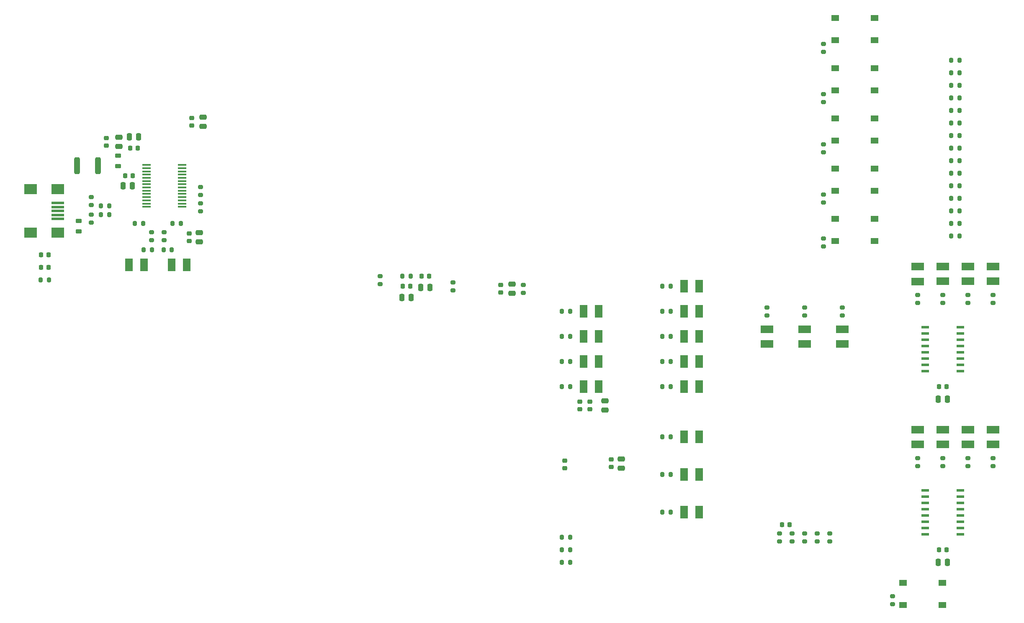
<source format=gbr>
%TF.GenerationSoftware,KiCad,Pcbnew,(6.0.10)*%
%TF.CreationDate,2023-01-27T16:31:28+01:00*%
%TF.ProjectId,MagicGame,4d616769-6347-4616-9d65-2e6b69636164,1.0*%
%TF.SameCoordinates,Original*%
%TF.FileFunction,Paste,Top*%
%TF.FilePolarity,Positive*%
%FSLAX46Y46*%
G04 Gerber Fmt 4.6, Leading zero omitted, Abs format (unit mm)*
G04 Created by KiCad (PCBNEW (6.0.10)) date 2023-01-27 16:31:28*
%MOMM*%
%LPD*%
G01*
G04 APERTURE LIST*
G04 Aperture macros list*
%AMRoundRect*
0 Rectangle with rounded corners*
0 $1 Rounding radius*
0 $2 $3 $4 $5 $6 $7 $8 $9 X,Y pos of 4 corners*
0 Add a 4 corners polygon primitive as box body*
4,1,4,$2,$3,$4,$5,$6,$7,$8,$9,$2,$3,0*
0 Add four circle primitives for the rounded corners*
1,1,$1+$1,$2,$3*
1,1,$1+$1,$4,$5*
1,1,$1+$1,$6,$7*
1,1,$1+$1,$8,$9*
0 Add four rect primitives between the rounded corners*
20,1,$1+$1,$2,$3,$4,$5,0*
20,1,$1+$1,$4,$5,$6,$7,0*
20,1,$1+$1,$6,$7,$8,$9,0*
20,1,$1+$1,$8,$9,$2,$3,0*%
G04 Aperture macros list end*
%ADD10R,2.600000X1.500000*%
%ADD11RoundRect,0.225000X0.250000X-0.225000X0.250000X0.225000X-0.250000X0.225000X-0.250000X-0.225000X0*%
%ADD12R,1.500000X2.600000*%
%ADD13RoundRect,0.250000X-0.312500X-1.450000X0.312500X-1.450000X0.312500X1.450000X-0.312500X1.450000X0*%
%ADD14RoundRect,0.200000X-0.200000X-0.275000X0.200000X-0.275000X0.200000X0.275000X-0.200000X0.275000X0*%
%ADD15RoundRect,0.200000X-0.275000X0.200000X-0.275000X-0.200000X0.275000X-0.200000X0.275000X0.200000X0*%
%ADD16RoundRect,0.250000X0.475000X-0.250000X0.475000X0.250000X-0.475000X0.250000X-0.475000X-0.250000X0*%
%ADD17R,1.550000X1.300000*%
%ADD18RoundRect,0.200000X0.275000X-0.200000X0.275000X0.200000X-0.275000X0.200000X-0.275000X-0.200000X0*%
%ADD19RoundRect,0.200000X0.200000X0.275000X-0.200000X0.275000X-0.200000X-0.275000X0.200000X-0.275000X0*%
%ADD20RoundRect,0.225000X0.225000X0.250000X-0.225000X0.250000X-0.225000X-0.250000X0.225000X-0.250000X0*%
%ADD21R,2.500000X0.500000*%
%ADD22R,2.500000X2.000000*%
%ADD23RoundRect,0.225000X-0.250000X0.225000X-0.250000X-0.225000X0.250000X-0.225000X0.250000X0.225000X0*%
%ADD24RoundRect,0.250000X-0.475000X0.250000X-0.475000X-0.250000X0.475000X-0.250000X0.475000X0.250000X0*%
%ADD25RoundRect,0.218750X-0.381250X0.218750X-0.381250X-0.218750X0.381250X-0.218750X0.381250X0.218750X0*%
%ADD26RoundRect,0.250000X-0.250000X-0.475000X0.250000X-0.475000X0.250000X0.475000X-0.250000X0.475000X0*%
%ADD27R,1.750000X0.450000*%
%ADD28RoundRect,0.225000X-0.225000X-0.250000X0.225000X-0.250000X0.225000X0.250000X-0.225000X0.250000X0*%
%ADD29R,1.500000X0.600000*%
%ADD30RoundRect,0.218750X0.381250X-0.218750X0.381250X0.218750X-0.381250X0.218750X-0.381250X-0.218750X0*%
%ADD31RoundRect,0.250000X0.250000X0.475000X-0.250000X0.475000X-0.250000X-0.475000X0.250000X-0.475000X0*%
G04 APERTURE END LIST*
D10*
%TO.C,D8*%
X238760000Y-118340000D03*
X238760000Y-115340000D03*
%TD*%
D11*
%TO.C,C4*%
X86360000Y-77229000D03*
X86360000Y-75679000D03*
%TD*%
D12*
%TO.C,D21*%
X186460000Y-86360000D03*
X189460000Y-86360000D03*
%TD*%
D10*
%TO.C,D7*%
X233680000Y-118340000D03*
X233680000Y-115340000D03*
%TD*%
D13*
%TO.C,F1*%
X63648500Y-61976000D03*
X67923500Y-61976000D03*
%TD*%
D14*
%TO.C,R36*%
X182055000Y-124460000D03*
X183705000Y-124460000D03*
%TD*%
D15*
%TO.C,R34*%
X218440000Y-90615000D03*
X218440000Y-92265000D03*
%TD*%
D10*
%TO.C,D5*%
X243840000Y-85320000D03*
X243840000Y-82320000D03*
%TD*%
D16*
%TO.C,C3*%
X88392000Y-77404000D03*
X88392000Y-75504000D03*
%TD*%
D17*
%TO.C,SW6*%
X224955000Y-72680000D03*
X217005000Y-72680000D03*
X217005000Y-77180000D03*
X224955000Y-77180000D03*
%TD*%
D18*
%TO.C,R4*%
X88646000Y-67881000D03*
X88646000Y-66231000D03*
%TD*%
%TO.C,R21*%
X248920000Y-89725000D03*
X248920000Y-88075000D03*
%TD*%
D12*
%TO.C,D25*%
X186460000Y-106680000D03*
X189460000Y-106680000D03*
%TD*%
D16*
%TO.C,C24*%
X151638000Y-87818000D03*
X151638000Y-85918000D03*
%TD*%
D18*
%TO.C,R18*%
X233680000Y-89725000D03*
X233680000Y-88075000D03*
%TD*%
D19*
%TO.C,R51*%
X242125000Y-55880000D03*
X240475000Y-55880000D03*
%TD*%
D20*
%TO.C,C20*%
X134887000Y-84328000D03*
X133337000Y-84328000D03*
%TD*%
D16*
%TO.C,C13*%
X89154000Y-54036000D03*
X89154000Y-52136000D03*
%TD*%
D10*
%TO.C,D17*%
X218440000Y-95020000D03*
X218440000Y-98020000D03*
%TD*%
D14*
%TO.C,R42*%
X182055000Y-106680000D03*
X183705000Y-106680000D03*
%TD*%
D19*
%TO.C,R53*%
X242125000Y-50800000D03*
X240475000Y-50800000D03*
%TD*%
%TO.C,R43*%
X242125000Y-76200000D03*
X240475000Y-76200000D03*
%TD*%
D14*
%TO.C,R40*%
X182055000Y-96520000D03*
X183705000Y-96520000D03*
%TD*%
D19*
%TO.C,R48*%
X242125000Y-63500000D03*
X240475000Y-63500000D03*
%TD*%
D16*
%TO.C,C9*%
X173736000Y-123190000D03*
X173736000Y-121290000D03*
%TD*%
D19*
%TO.C,R66*%
X131127000Y-84328000D03*
X129477000Y-84328000D03*
%TD*%
D12*
%TO.C,D24*%
X186460000Y-101600000D03*
X189460000Y-101600000D03*
%TD*%
D18*
%TO.C,R59*%
X228600000Y-150685000D03*
X228600000Y-149035000D03*
%TD*%
D10*
%TO.C,D4*%
X238760000Y-85320000D03*
X238760000Y-82320000D03*
%TD*%
D21*
%TO.C,J1*%
X59759000Y-69520000D03*
X59759000Y-70320000D03*
X59759000Y-71120000D03*
X59759000Y-71920000D03*
X59759000Y-72720000D03*
D22*
X59759000Y-66720000D03*
X54259000Y-75520000D03*
X54259000Y-66720000D03*
X59759000Y-75520000D03*
%TD*%
D23*
%TO.C,C29*%
X165354000Y-109715000D03*
X165354000Y-111265000D03*
%TD*%
D12*
%TO.C,D18*%
X186460000Y-132080000D03*
X189460000Y-132080000D03*
%TD*%
D19*
%TO.C,R56*%
X242125000Y-43180000D03*
X240475000Y-43180000D03*
%TD*%
D12*
%TO.C,D12*%
X166140000Y-96520000D03*
X169140000Y-96520000D03*
%TD*%
D15*
%TO.C,R65*%
X139700000Y-85535000D03*
X139700000Y-87185000D03*
%TD*%
D24*
%TO.C,C26*%
X170434000Y-109540000D03*
X170434000Y-111440000D03*
%TD*%
D10*
%TO.C,D6*%
X248920000Y-85320000D03*
X248920000Y-82320000D03*
%TD*%
D19*
%TO.C,R14*%
X163385000Y-137160000D03*
X161735000Y-137160000D03*
%TD*%
D18*
%TO.C,R16*%
X210820000Y-137985000D03*
X210820000Y-136335000D03*
%TD*%
D25*
%TO.C,L1*%
X64008000Y-73105500D03*
X64008000Y-75230500D03*
%TD*%
D19*
%TO.C,R13*%
X163385000Y-139700000D03*
X161735000Y-139700000D03*
%TD*%
D18*
%TO.C,R19*%
X238760000Y-89725000D03*
X238760000Y-88075000D03*
%TD*%
D26*
%TO.C,C25*%
X74234000Y-56134000D03*
X76134000Y-56134000D03*
%TD*%
D27*
%TO.C,U1*%
X77680000Y-61815000D03*
X77680000Y-62465000D03*
X77680000Y-63115000D03*
X77680000Y-63765000D03*
X77680000Y-64415000D03*
X77680000Y-65065000D03*
X77680000Y-65715000D03*
X77680000Y-66365000D03*
X77680000Y-67015000D03*
X77680000Y-67665000D03*
X77680000Y-68315000D03*
X77680000Y-68965000D03*
X77680000Y-69615000D03*
X77680000Y-70265000D03*
X84880000Y-70265000D03*
X84880000Y-69615000D03*
X84880000Y-68965000D03*
X84880000Y-68315000D03*
X84880000Y-67665000D03*
X84880000Y-67015000D03*
X84880000Y-66365000D03*
X84880000Y-65715000D03*
X84880000Y-65065000D03*
X84880000Y-64415000D03*
X84880000Y-63765000D03*
X84880000Y-63115000D03*
X84880000Y-62465000D03*
X84880000Y-61815000D03*
%TD*%
D18*
%TO.C,RV1*%
X66548000Y-69913000D03*
X66548000Y-68263000D03*
%TD*%
D19*
%TO.C,R50*%
X242125000Y-58420000D03*
X240475000Y-58420000D03*
%TD*%
D12*
%TO.C,D19*%
X186460000Y-124460000D03*
X189460000Y-124460000D03*
%TD*%
D15*
%TO.C,R8*%
X78740000Y-75375000D03*
X78740000Y-77025000D03*
%TD*%
D26*
%TO.C,C15*%
X237810000Y-109220000D03*
X239710000Y-109220000D03*
%TD*%
D18*
%TO.C,R27*%
X205740000Y-137985000D03*
X205740000Y-136335000D03*
%TD*%
D28*
%TO.C,C8*%
X73393000Y-64008000D03*
X74943000Y-64008000D03*
%TD*%
D17*
%TO.C,SW3*%
X224955000Y-42200000D03*
X217005000Y-42200000D03*
X217005000Y-46700000D03*
X224955000Y-46700000D03*
%TD*%
D18*
%TO.C,R15*%
X213360000Y-137985000D03*
X213360000Y-136335000D03*
%TD*%
D24*
%TO.C,C5*%
X72136000Y-56200000D03*
X72136000Y-58100000D03*
%TD*%
D28*
%TO.C,C21*%
X129514000Y-86360000D03*
X131064000Y-86360000D03*
%TD*%
D29*
%TO.C,U2*%
X235210000Y-94615000D03*
X235210000Y-95885000D03*
X235210000Y-97155000D03*
X235210000Y-98425000D03*
X235210000Y-99695000D03*
X235210000Y-100965000D03*
X235210000Y-102235000D03*
X235210000Y-103505000D03*
X242310000Y-103505000D03*
X242310000Y-102235000D03*
X242310000Y-100965000D03*
X242310000Y-99695000D03*
X242310000Y-98425000D03*
X242310000Y-97155000D03*
X242310000Y-95885000D03*
X242310000Y-94615000D03*
%TD*%
D23*
%TO.C,C6*%
X69598000Y-56375000D03*
X69598000Y-57925000D03*
%TD*%
D26*
%TO.C,C23*%
X129352000Y-88646000D03*
X131252000Y-88646000D03*
%TD*%
D12*
%TO.C,D11*%
X166140000Y-91440000D03*
X169140000Y-91440000D03*
%TD*%
D15*
%TO.C,R9*%
X81280000Y-75375000D03*
X81280000Y-77025000D03*
%TD*%
D10*
%TO.C,D3*%
X233680000Y-85395000D03*
X233680000Y-82395000D03*
%TD*%
D18*
%TO.C,R26*%
X208280000Y-137985000D03*
X208280000Y-136335000D03*
%TD*%
D14*
%TO.C,R1*%
X56310000Y-85090000D03*
X57960000Y-85090000D03*
%TD*%
D10*
%TO.C,D15*%
X203200000Y-95020000D03*
X203200000Y-98020000D03*
%TD*%
D14*
%TO.C,R38*%
X182055000Y-86360000D03*
X183705000Y-86360000D03*
%TD*%
D28*
%TO.C,C14*%
X237985000Y-106680000D03*
X239535000Y-106680000D03*
%TD*%
D14*
%TO.C,R39*%
X182055000Y-91440000D03*
X183705000Y-91440000D03*
%TD*%
%TO.C,R31*%
X161735000Y-106680000D03*
X163385000Y-106680000D03*
%TD*%
D18*
%TO.C,R25*%
X248920000Y-122745000D03*
X248920000Y-121095000D03*
%TD*%
%TO.C,R23*%
X238760000Y-122745000D03*
X238760000Y-121095000D03*
%TD*%
D28*
%TO.C,C16*%
X237985000Y-139700000D03*
X239535000Y-139700000D03*
%TD*%
D19*
%TO.C,R10*%
X78803000Y-78994000D03*
X77153000Y-78994000D03*
%TD*%
D12*
%TO.C,D2*%
X82828000Y-82042000D03*
X85828000Y-82042000D03*
%TD*%
D15*
%TO.C,R63*%
X214630000Y-76645000D03*
X214630000Y-78295000D03*
%TD*%
D10*
%TO.C,D9*%
X243840000Y-118340000D03*
X243840000Y-115340000D03*
%TD*%
D15*
%TO.C,R33*%
X210820000Y-90615000D03*
X210820000Y-92265000D03*
%TD*%
D10*
%TO.C,D16*%
X210820000Y-95020000D03*
X210820000Y-98020000D03*
%TD*%
D12*
%TO.C,D23*%
X186460000Y-96520000D03*
X189460000Y-96520000D03*
%TD*%
D28*
%TO.C,C27*%
X74409000Y-58420000D03*
X75959000Y-58420000D03*
%TD*%
%TO.C,C2*%
X56375000Y-82550000D03*
X57925000Y-82550000D03*
%TD*%
D15*
%TO.C,R60*%
X214630000Y-47435000D03*
X214630000Y-49085000D03*
%TD*%
D12*
%TO.C,D20*%
X186460000Y-116840000D03*
X189460000Y-116840000D03*
%TD*%
D14*
%TO.C,R29*%
X161735000Y-96520000D03*
X163385000Y-96520000D03*
%TD*%
D18*
%TO.C,R22*%
X233680000Y-122745000D03*
X233680000Y-121095000D03*
%TD*%
D19*
%TO.C,R49*%
X242125000Y-60960000D03*
X240475000Y-60960000D03*
%TD*%
D17*
%TO.C,SW1*%
X224955000Y-32040000D03*
X217005000Y-32040000D03*
X224955000Y-36540000D03*
X217005000Y-36540000D03*
%TD*%
D26*
%TO.C,C17*%
X237810000Y-142240000D03*
X239710000Y-142240000D03*
%TD*%
D11*
%TO.C,C12*%
X86868000Y-53848000D03*
X86868000Y-52298000D03*
%TD*%
D10*
%TO.C,D10*%
X248920000Y-118340000D03*
X248920000Y-115340000D03*
%TD*%
D14*
%TO.C,R2*%
X68517000Y-71882000D03*
X70167000Y-71882000D03*
%TD*%
D18*
%TO.C,R24*%
X243840000Y-122745000D03*
X243840000Y-121095000D03*
%TD*%
D15*
%TO.C,R58*%
X214630000Y-37275000D03*
X214630000Y-38925000D03*
%TD*%
D19*
%TO.C,R57*%
X242125000Y-40640000D03*
X240475000Y-40640000D03*
%TD*%
D30*
%TO.C,L2*%
X71934000Y-62022500D03*
X71934000Y-59897500D03*
%TD*%
D12*
%TO.C,D22*%
X186460000Y-91440000D03*
X189460000Y-91440000D03*
%TD*%
D11*
%TO.C,C10*%
X171704000Y-122949000D03*
X171704000Y-121399000D03*
%TD*%
D19*
%TO.C,R47*%
X242125000Y-66040000D03*
X240475000Y-66040000D03*
%TD*%
%TO.C,R52*%
X242125000Y-53340000D03*
X240475000Y-53340000D03*
%TD*%
D14*
%TO.C,R37*%
X182055000Y-116840000D03*
X183705000Y-116840000D03*
%TD*%
D19*
%TO.C,R45*%
X242125000Y-71120000D03*
X240475000Y-71120000D03*
%TD*%
D15*
%TO.C,R32*%
X203200000Y-90615000D03*
X203200000Y-92265000D03*
%TD*%
D12*
%TO.C,D1*%
X77192000Y-82042000D03*
X74192000Y-82042000D03*
%TD*%
D19*
%TO.C,R55*%
X242125000Y-45720000D03*
X240475000Y-45720000D03*
%TD*%
D15*
%TO.C,R67*%
X153924000Y-86043000D03*
X153924000Y-87693000D03*
%TD*%
%TO.C,R62*%
X214630000Y-67755000D03*
X214630000Y-69405000D03*
%TD*%
D14*
%TO.C,R11*%
X81154000Y-78994000D03*
X82804000Y-78994000D03*
%TD*%
D15*
%TO.C,R61*%
X214630000Y-57595000D03*
X214630000Y-59245000D03*
%TD*%
D19*
%TO.C,R44*%
X242125000Y-73660000D03*
X240475000Y-73660000D03*
%TD*%
D18*
%TO.C,R20*%
X243840000Y-89725000D03*
X243840000Y-88075000D03*
%TD*%
D15*
%TO.C,RV2*%
X66548000Y-71819000D03*
X66548000Y-73469000D03*
%TD*%
D17*
%TO.C,SW5*%
X217005000Y-62520000D03*
X224955000Y-62520000D03*
X224955000Y-67020000D03*
X217005000Y-67020000D03*
%TD*%
D28*
%TO.C,C1*%
X56375000Y-80010000D03*
X57925000Y-80010000D03*
%TD*%
D11*
%TO.C,C11*%
X162306000Y-123203000D03*
X162306000Y-121653000D03*
%TD*%
D19*
%TO.C,R46*%
X242125000Y-68580000D03*
X240475000Y-68580000D03*
%TD*%
D14*
%TO.C,R41*%
X182055000Y-101600000D03*
X183705000Y-101600000D03*
%TD*%
%TO.C,R30*%
X161735000Y-101600000D03*
X163385000Y-101600000D03*
%TD*%
D29*
%TO.C,U3*%
X235210000Y-127635000D03*
X235210000Y-128905000D03*
X235210000Y-130175000D03*
X235210000Y-131445000D03*
X235210000Y-132715000D03*
X235210000Y-133985000D03*
X235210000Y-135255000D03*
X235210000Y-136525000D03*
X242310000Y-136525000D03*
X242310000Y-135255000D03*
X242310000Y-133985000D03*
X242310000Y-132715000D03*
X242310000Y-131445000D03*
X242310000Y-130175000D03*
X242310000Y-128905000D03*
X242310000Y-127635000D03*
%TD*%
D31*
%TO.C,C19*%
X135062000Y-86614000D03*
X133162000Y-86614000D03*
%TD*%
D12*
%TO.C,D14*%
X166140000Y-106680000D03*
X169140000Y-106680000D03*
%TD*%
D19*
%TO.C,R12*%
X163385000Y-142240000D03*
X161735000Y-142240000D03*
%TD*%
D28*
%TO.C,C18*%
X206235000Y-134620000D03*
X207785000Y-134620000D03*
%TD*%
D26*
%TO.C,C7*%
X72964000Y-66040000D03*
X74864000Y-66040000D03*
%TD*%
D19*
%TO.C,R54*%
X242125000Y-48260000D03*
X240475000Y-48260000D03*
%TD*%
%TO.C,R6*%
X77025000Y-73660000D03*
X75375000Y-73660000D03*
%TD*%
D14*
%TO.C,R35*%
X182055000Y-132080000D03*
X183705000Y-132080000D03*
%TD*%
%TO.C,R28*%
X161735000Y-91440000D03*
X163385000Y-91440000D03*
%TD*%
D12*
%TO.C,D13*%
X166140000Y-101600000D03*
X169140000Y-101600000D03*
%TD*%
D17*
%TO.C,SW4*%
X224955000Y-52360000D03*
X217005000Y-52360000D03*
X217005000Y-56860000D03*
X224955000Y-56860000D03*
%TD*%
%TO.C,SW2*%
X238695000Y-146340000D03*
X230745000Y-146340000D03*
X230745000Y-150840000D03*
X238695000Y-150840000D03*
%TD*%
D11*
%TO.C,C22*%
X149352000Y-87643000D03*
X149352000Y-86093000D03*
%TD*%
D14*
%TO.C,R7*%
X82995000Y-73660000D03*
X84645000Y-73660000D03*
%TD*%
%TO.C,R3*%
X68517000Y-70104000D03*
X70167000Y-70104000D03*
%TD*%
D18*
%TO.C,R5*%
X88646000Y-71183000D03*
X88646000Y-69533000D03*
%TD*%
D23*
%TO.C,C28*%
X167386000Y-109715000D03*
X167386000Y-111265000D03*
%TD*%
D18*
%TO.C,R17*%
X215900000Y-137985000D03*
X215900000Y-136335000D03*
%TD*%
%TO.C,R64*%
X124968000Y-85915000D03*
X124968000Y-84265000D03*
%TD*%
M02*

</source>
